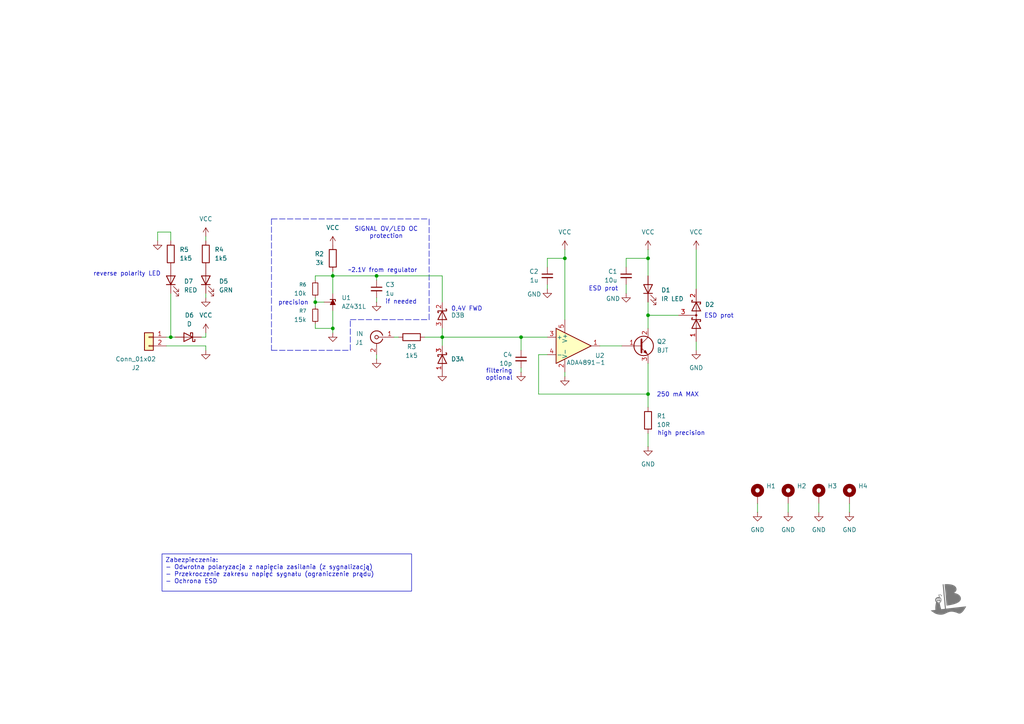
<source format=kicad_sch>
(kicad_sch (version 20250114) (generator "eeschema") (generator_version "9.0")
  (paper "A4")
  (title_block (title "Zabezpieczony sterownik diody IR") (date "2025-04-14") (rev "B") (company "KN FOKA") (comment 1 "pwm.urbanski@gmail.com") (comment 2 "Narysował: Paweł Urbański"))
  (lib_symbols
    (symbol "Amplifier_Operational:AD8603" (pin_names (offset 0.127))
      (property "Reference" "U" (at 0 5.08 0))
      (property "Value" "AD8603" (at 0 -5.08 0))
      (symbol "AD8603_0_1"
        (polyline (pts (xy -5.08 5.08) (xy 5.08 0) (xy -5.08 -5.08) (xy -5.08 5.08)) (stroke (width 0.254)) (fill (type background)))
        (pin power_in line (at -2.54 7.62 270) (length 3.81) (name "V+") (number "5"))
        (pin power_in line (at -2.54 -7.62 90) (length 3.81) (name "V-") (number "2"))
      )
      (symbol "AD8603_1_1"
        (pin input line (at -7.62 2.54 0) (length 2.54) (name "+") (number "3"))
        (pin input line (at -7.62 -2.54 0) (length 2.54) (name "-") (number "4"))
        (pin output line (at 7.62 0 180) (length 2.54) (name "~") (number "1"))
      )
    )
    (symbol "Connector:Conn_Coaxial" (pin_names (offset 1.016) (hide yes))
      (property "Reference" "J" (at 0.254 3.048 0))
      (property "Value" "Conn_Coaxial" (at 2.921 0 90))
      (symbol "Conn_Coaxial_0_1"
        (polyline (pts (xy -2.54 0) (xy -0.508 0)))
        (arc (start 1.778 0) (mid 0.222 -1.8079) (end -1.778 -0.508) (stroke (width 0.254)))
        (arc (start -1.778 0.508) (mid 0.2221 1.8084) (end 1.778 0) (stroke (width 0.254)))
        (circle (center 0 0) (radius 0.508) (stroke (width 0.2032)))
        (polyline (pts (xy 0 -2.54) (xy 0 -1.778)))
      )
      (symbol "Conn_Coaxial_1_1"
        (pin passive line (at -5.08 0 0) (length 2.54) (name "In") (number "1"))
        (pin passive line (at 0 -5.08 90) (length 2.54) (name "Ext") (number "2"))
      )
    )
    (symbol "Connector_Generic:Conn_01x02" (pin_names (offset 1.016) (hide yes))
      (property "Reference" "J" (at 0 2.54 0))
      (property "Value" "Conn_01x02" (at 0 -5.08 0))
      (symbol "Conn_01x02_1_1"
        (rectangle (start -1.27 1.27) (end 1.27 -3.81) (stroke (width 0.254)) (fill (type background)))
        (rectangle (start -1.27 0.127) (end 0 -0.127) (stroke (width 0.1524)))
        (rectangle (start -1.27 -2.413) (end 0 -2.667) (stroke (width 0.1524)))
        (pin passive line (at -5.08 0 0) (length 3.81) (name "Pin_1") (number "1"))
        (pin passive line (at -5.08 -2.54 0) (length 3.81) (name "Pin_2") (number "2"))
      )
    )
    (symbol "Device:C_Small" (pin_numbers (hide yes)) (pin_names (offset 0.254) (hide yes))
      (property "Reference" "C" (at 0.254 1.778 0))
      (property "Value" "C_Small" (at 0.254 -2.032 0))
      (symbol "C_Small_0_1"
        (polyline (pts (xy -1.524 0.508) (xy 1.524 0.508)) (stroke (width 0.3048)))
        (polyline (pts (xy -1.524 -0.508) (xy 1.524 -0.508)) (stroke (width 0.3302)))
      )
      (symbol "C_Small_1_1"
        (pin passive line (at 0 2.54 270) (length 2.032) (name "~") (number "1"))
        (pin passive line (at 0 -2.54 90) (length 2.032) (name "~") (number "2"))
      )
    )
    (symbol "Device:D_Schottky" (pin_numbers (hide yes)) (pin_names (offset 1.016) (hide yes))
      (property "Reference" "D" (at 0 2.54 0))
      (property "Value" "D_Schottky" (at 0 -2.54 0))
      (symbol "D_Schottky_0_1"
        (polyline (pts (xy -1.905 0.635) (xy -1.905 1.27) (xy -1.27 1.27) (xy -1.27 -1.27) (xy -0.635 -1.27) (xy -0.635 -0.635)) (stroke (width 0.254)))
        (polyline (pts (xy 1.27 1.27) (xy 1.27 -1.27) (xy -1.27 0) (xy 1.27 1.27)) (stroke (width 0.254)))
        (polyline (pts (xy 1.27 0) (xy -1.27 0)))
      )
      (symbol "D_Schottky_1_1"
        (pin passive line (at -3.81 0 0) (length 2.54) (name "K") (number "1"))
        (pin passive line (at 3.81 0 180) (length 2.54) (name "A") (number "2"))
      )
    )
    (symbol "Device:D_Schottky_Dual_Series_AKC" (pin_names (offset 0.762) (hide yes))
      (property "Reference" "D" (at 1.27 -2.54 0))
      (property "Value" "D_Schottky_Dual_Series_AKC" (at 0 2.54 0))
      (symbol "D_Schottky_Dual_Series_AKC_0_1"
        (polyline (pts (xy -3.81 1.27) (xy -1.27 0) (xy -3.81 -1.27) (xy -3.81 1.27) (xy -3.81 1.27) (xy -3.81 1.27)) (stroke (width 0.254)))
        (polyline (pts (xy -3.81 0) (xy 3.81 0)))
        (polyline (pts (xy -1.778 1.016) (xy -1.778 1.27) (xy -1.27 1.27) (xy -1.27 1.27) (xy -1.27 1.27)) (stroke (width 0.254)))
        (polyline (pts (xy -1.27 -1.27) (xy -1.27 1.27) (xy -1.27 1.27)) (stroke (width 0.254)))
        (polyline (pts (xy -1.27 -1.27) (xy -0.762 -1.27) (xy -0.762 -1.016) (xy -0.762 -1.016)) (stroke (width 0.254)))
        (polyline (pts (xy 0 0) (xy 0 -2.54)))
        (circle (center 0 0) (radius 0.254) (fill (type outline)))
        (polyline (pts (xy 1.27 1.27) (xy 3.81 0) (xy 1.27 -1.27) (xy 1.27 1.27) (xy 1.27 1.27) (xy 1.27 1.27)) (stroke (width 0.254)))
        (polyline (pts (xy 3.81 1.27) (xy 3.81 -1.27) (xy 3.81 -1.27)) (stroke (width 0.254)))
        (polyline (pts (xy 3.81 1.27) (xy 3.302 1.27) (xy 3.302 1.016) (xy 3.302 1.016)) (stroke (width 0.254)))
        (polyline (pts (xy 3.81 -1.27) (xy 4.318 -1.27) (xy 4.318 -1.016) (xy 4.318 -1.016)) (stroke (width 0.254)))
        (polyline (pts (xy 6.35 0) (xy 7.62 0)))
        (pin passive line (at -7.62 0 0) (length 3.81) (name "A") (number "1"))
        (pin passive line (at 0 -5.08 90) (length 2.54) (name "common") (number "3"))
        (pin passive line (at 7.62 0 180) (length 3.81) (name "K") (number "2"))
      )
    )
    (symbol "Device:D_Schottky_Dual_Series_AKC_Split" (pin_names (offset 0.762) (hide yes))
      (property "Reference" "D" (at 0 2.54 0))
      (property "Value" "D_Schottky_Dual_Series_AKC_Split" (at 0 -2.54 0))
      (symbol "D_Schottky_Dual_Series_AKC_Split_0_1"
        (pin passive line (at 3.81 0 180) (length 2.54) (name "K") (number "3"))
      )
      (symbol "D_Schottky_Dual_Series_AKC_Split_1_1"
        (polyline (pts (xy -1.27 1.27) (xy 1.27 0) (xy -1.27 -1.27) (xy -1.27 1.27) (xy -1.27 1.27) (xy -1.27 1.27)) (stroke (width 0.254)))
        (polyline (pts (xy 1.27 0) (xy -1.27 0)))
        (polyline (pts (xy 1.778 1.016) (xy 1.778 1.27) (xy 1.27 1.27) (xy 1.27 -1.27) (xy 0.762 -1.27) (xy 0.762 -1.016)) (stroke (width 0.254)))
        (pin passive line (at -3.81 0 0) (length 2.54) (name "A") (number "1"))
      )
      (symbol "D_Schottky_Dual_Series_AKC_Split_2_1"
        (polyline (pts (xy -1.778 1.016) (xy -1.778 1.27) (xy -1.27 1.27) (xy -1.27 -1.27) (xy -0.762 -1.27) (xy -0.762 -1.016)) (stroke (width 0.254)))
        (polyline (pts (xy -1.27 0) (xy 1.27 0)))
        (polyline (pts (xy 1.27 1.27) (xy -1.27 0) (xy 1.27 -1.27) (xy 1.27 1.27) (xy 1.27 1.27) (xy 1.27 1.27)) (stroke (width 0.254)))
        (pin passive line (at -3.81 0 0) (length 2.54) (name "K") (number "2"))
      )
    )
    (symbol "Device:LED" (pin_numbers (hide yes)) (pin_names (offset 1.016) (hide yes))
      (property "Reference" "D" (at 0 2.54 0))
      (property "Value" "LED" (at 0 -2.54 0))
      (symbol "LED_0_1"
        (polyline (pts (xy -3.048 -0.762) (xy -4.572 -2.286) (xy -3.81 -2.286) (xy -4.572 -2.286) (xy -4.572 -1.524)))
        (polyline (pts (xy -1.778 -0.762) (xy -3.302 -2.286) (xy -2.54 -2.286) (xy -3.302 -2.286) (xy -3.302 -1.524)))
        (polyline (pts (xy -1.27 0) (xy 1.27 0)))
        (polyline (pts (xy -1.27 -1.27) (xy -1.27 1.27)) (stroke (width 0.254)))
        (polyline (pts (xy 1.27 -1.27) (xy 1.27 1.27) (xy -1.27 0) (xy 1.27 -1.27)) (stroke (width 0.254)))
      )
      (symbol "LED_1_1"
        (pin passive line (at -3.81 0 0) (length 2.54) (name "K") (number "1"))
        (pin passive line (at 3.81 0 180) (length 2.54) (name "A") (number "2"))
      )
    )
    (symbol "Device:Q_NPN_BCE" (pin_names (offset 0) (hide yes))
      (property "Reference" "Q" (at 5.08 1.27 0))
      (property "Value" "Q_NPN_BCE" (at 5.08 -1.27 0))
      (symbol "Q_NPN_BCE_0_1"
        (polyline (pts (xy 0.635 1.905) (xy 0.635 -1.905) (xy 0.635 -1.905)) (stroke (width 0.508)))
        (polyline (pts (xy 0.635 0.635) (xy 2.54 2.54)))
        (polyline (pts (xy 0.635 -0.635) (xy 2.54 -2.54) (xy 2.54 -2.54)))
        (circle (center 1.27 0) (radius 2.8194) (stroke (width 0.254)))
        (polyline (pts (xy 1.27 -1.778) (xy 1.778 -1.27) (xy 2.286 -2.286) (xy 1.27 -1.778) (xy 1.27 -1.778)) (fill (type outline)))
      )
      (symbol "Q_NPN_BCE_1_1"
        (pin input line (at -5.08 0 0) (length 5.715) (name "B") (number "1"))
        (pin passive line (at 2.54 5.08 270) (length 2.54) (name "C") (number "2"))
        (pin passive line (at 2.54 -5.08 90) (length 2.54) (name "E") (number "3"))
      )
    )
    (symbol "Device:R" (pin_numbers (hide yes)) (pin_names (offset 0))
      (property "Reference" "R" (at 2.032 0 90))
      (property "Value" "R" (at 0 0 90))
      (symbol "R_0_1"
        (rectangle (start -1.016 -2.54) (end 1.016 2.54) (stroke (width 0.254)))
      )
      (symbol "R_1_1"
        (pin passive line (at 0 3.81 270) (length 1.27) (name "~") (number "1"))
        (pin passive line (at 0 -3.81 90) (length 1.27) (name "~") (number "2"))
      )
    )
    (symbol "Device:R_Small" (pin_numbers (hide yes)) (pin_names (offset 0.254) (hide yes))
      (property "Reference" "R" (at 0 0 90))
      (property "Value" "R_Small" (at 1.778 0 90))
      (symbol "R_Small_0_1"
        (rectangle (start -0.762 1.778) (end 0.762 -1.778) (stroke (width 0.2032)))
      )
      (symbol "R_Small_1_1"
        (pin passive line (at 0 2.54 270) (length 0.762) (name "~") (number "1"))
        (pin passive line (at 0 -2.54 90) (length 0.762) (name "~") (number "2"))
      )
    )
    (symbol "Mechanical:MountingHole_Pad" (pin_numbers (hide yes)) (pin_names (offset 1.016) (hide yes)) (exclude_from_sim yes) (in_bom no)
      (property "Reference" "H" (at 0 6.35 0))
      (property "Value" "MountingHole_Pad" (at 0 4.445 0))
      (symbol "MountingHole_Pad_0_1"
        (circle (center 0 1.27) (radius 1.27) (stroke (width 1.27)))
      )
      (symbol "MountingHole_Pad_1_1"
        (pin input line (at 0 -2.54 90) (length 2.54) (name "1") (number "1"))
      )
    )
    (symbol "Reference_Voltage:TL432DBZ" (pin_numbers (hide yes)) (pin_names (hide yes))
      (property "Reference" "U" (at -2.54 2.54 0))
      (property "Value" "TL432DBZ" (at 0 -2.54 0))
      (symbol "TL432DBZ_0_1"
        (polyline (pts (xy -1.27 0) (xy 0 0) (xy 1.27 0)))
        (polyline (pts (xy -0.762 -0.762) (xy -0.762 0.762) (xy 0.762 0) (xy -0.762 -0.762)) (fill (type outline)))
        (polyline (pts (xy 0.254 -0.762) (xy 0.762 -0.762) (xy 0.762 0.762) (xy 0.762 0.762)) (stroke (width 0.254)))
      )
      (symbol "TL432DBZ_1_1"
        (pin passive line (at -2.54 0 0) (length 1.27) (name "A") (number "3"))
        (pin passive line (at 0 2.54 270) (length 2.54) (name "REF") (number "1"))
        (pin passive line (at 2.54 0 180) (length 1.27) (name "K") (number "2"))
      )
    )
    (symbol "power:GND" (power) (pin_numbers (hide yes)) (pin_names (offset 0) (hide yes))
      (property "Value" "GND" (at 0 -3.81 0))
      (symbol "GND_0_1"
        (polyline (pts (xy 0 0) (xy 0 -1.27) (xy 1.27 -1.27) (xy 0 -2.54) (xy -1.27 -1.27) (xy 0 -1.27)))
      )
      (symbol "GND_1_1"
        (pin power_in line (at 0 0 270) (length 0) (name "~") (number "1"))
      )
    )
    (symbol "power:VCC" (power) (pin_numbers (hide yes)) (pin_names (offset 0) (hide yes))
      (property "Value" "VCC" (at 0 3.556 0))
      (symbol "VCC_0_1"
        (polyline (pts (xy -0.762 1.27) (xy 0 2.54)))
        (polyline (pts (xy 0 2.54) (xy 0.762 1.27)))
        (polyline (pts (xy 0 0) (xy 0 2.54)))
      )
      (symbol "VCC_1_1"
        (pin power_in line (at 0 0 90) (length 0) (name "~") (number "1"))
      )
    )
  )
  (text "high precision\n" (at 197.612 125.73 0) (effects (font (size 1.27 1.27))))
  (text "0,4V FWD" (at 135.382 89.662 0) (effects (font (size 1.27 1.27))))
  (text "filtering\noptional" (at 144.78 108.712 0) (effects (font (size 1.27 1.27))))
  (text "reverse polarity LED" (at 36.83 79.502 0) (effects (font (size 1.27 1.27))))
  (text "ESD prot" (at 175.006 83.82 0) (effects (font (size 1.27 1.27))))
  (text "SIGNAL OV/LED OC\nprotection" (at 112.014 67.564 0) (effects (font (size 1.27 1.27))))
  (text "~2.1V from regulator" (at 110.998 78.486 0) (effects (font (size 1.27 1.27))))
  (text "250 mA MAX" (at 196.596 114.554 0) (effects (font (size 1.27 1.27))))
  (text "ESD prot" (at 208.534 91.694 0) (effects (font (size 1.27 1.27))))
  (text "precision\n" (at 85.09 87.884 0) (effects (font (size 1.27 1.27))))
  (text "if needed" (at 116.332 87.63 0) (effects (font (size 1.27 1.27))))
  (text_box "Zabezpieczenia:\n- Odwrotna polaryzacja z napięcia zasilania (z sygnalizacją)\n- Przekroczenie zakresu napięć sygnału (ograniczenie prądu)\n- Ochrona ESD" (at 46.99 160.655 0) (size 72.39 10.795) (margins 0.9525 0.9525 0.9525 0.9525) (effects (font (size 1.27 1.27)) (justify left top)))
  (junction (at 187.96 74.93))
  (junction (at 187.96 91.44))
  (junction (at 49.53 97.79))
  (junction (at 109.22 80.01))
  (junction (at 128.27 97.79))
  (junction (at 96.52 80.01))
  (junction (at 187.96 114.3))
  (junction (at 96.52 95.25))
  (junction (at 151.13 97.79))
  (junction (at 163.83 74.93))
  (junction (at 91.44 87.63))
  (wire (pts (xy 201.93 72.39) (xy 201.93 83.82)))
  (wire (pts (xy 187.96 125.73) (xy 187.96 129.54)))
  (wire (pts (xy 187.96 87.63) (xy 187.96 91.44)))
  (polyline (pts (xy 78.74 63.5) (xy 124.46 63.5)) (stroke (width 0) (type dash)))
  (wire (pts (xy 128.27 100.33) (xy 128.27 97.79)))
  (wire (pts (xy 158.75 82.55) (xy 158.75 83.82)))
  (wire (pts (xy 91.44 87.63) (xy 93.98 87.63)))
  (wire (pts (xy 123.19 97.79) (xy 128.27 97.79)))
  (wire (pts (xy 187.96 91.44) (xy 187.96 95.25)))
  (wire (pts (xy 128.27 97.79) (xy 151.13 97.79)))
  (wire (pts (xy 109.22 104.14) (xy 109.22 102.87)))
  (wire (pts (xy 48.26 100.33) (xy 59.69 100.33)))
  (wire (pts (xy 109.22 86.36) (xy 109.22 87.63)))
  (wire (pts (xy 59.69 85.09) (xy 59.69 86.36)))
  (wire (pts (xy 48.26 97.79) (xy 49.53 97.79)))
  (wire (pts (xy 181.61 82.55) (xy 181.61 85.09)))
  (wire (pts (xy 158.75 77.47) (xy 158.75 74.93)))
  (wire (pts (xy 128.27 87.63) (xy 128.27 80.01)))
  (wire (pts (xy 91.44 80.01) (xy 91.44 81.28)))
  (wire (pts (xy 228.6 146.05) (xy 228.6 148.59)))
  (polyline (pts (xy 101.6 101.6) (xy 101.6 92.71)) (stroke (width 0) (type dash)))
  (wire (pts (xy 96.52 90.17) (xy 96.52 95.25)))
  (wire (pts (xy 151.13 97.79) (xy 158.75 97.79)))
  (wire (pts (xy 59.69 97.79) (xy 59.69 96.52)))
  (wire (pts (xy 187.96 72.39) (xy 187.96 74.93)))
  (polyline (pts (xy 78.74 101.6) (xy 101.6 101.6)) (stroke (width 0) (type dash)))
  (wire (pts (xy 158.75 74.93) (xy 163.83 74.93)))
  (wire (pts (xy 45.72 67.31) (xy 49.53 67.31)))
  (wire (pts (xy 96.52 80.01) (xy 109.22 80.01)))
  (wire (pts (xy 156.21 102.87) (xy 156.21 114.3)))
  (wire (pts (xy 181.61 74.93) (xy 187.96 74.93)))
  (wire (pts (xy 181.61 77.47) (xy 181.61 74.93)))
  (wire (pts (xy 49.53 67.31) (xy 49.53 69.85)))
  (wire (pts (xy 173.99 100.33) (xy 180.34 100.33)))
  (wire (pts (xy 163.83 72.39) (xy 163.83 74.93)))
  (wire (pts (xy 49.53 97.79) (xy 50.8 97.79)))
  (wire (pts (xy 156.21 114.3) (xy 187.96 114.3)))
  (wire (pts (xy 59.69 68.58) (xy 59.69 69.85)))
  (wire (pts (xy 163.83 74.93) (xy 163.83 92.71)))
  (wire (pts (xy 201.93 99.06) (xy 201.93 101.6)))
  (wire (pts (xy 237.49 146.05) (xy 237.49 148.59)))
  (wire (pts (xy 91.44 87.63) (xy 91.44 88.9)))
  (wire (pts (xy 114.3 97.79) (xy 115.57 97.79)))
  (wire (pts (xy 246.38 146.05) (xy 246.38 148.59)))
  (wire (pts (xy 187.96 91.44) (xy 196.85 91.44)))
  (wire (pts (xy 187.96 105.41) (xy 187.96 114.3)))
  (wire (pts (xy 163.83 107.95) (xy 163.83 109.22)))
  (polyline (pts (xy 78.74 63.5) (xy 78.74 101.6)) (stroke (width 0) (type dash)))
  (wire (pts (xy 45.72 69.85) (xy 45.72 67.31)))
  (wire (pts (xy 58.42 97.79) (xy 59.69 97.79)))
  (wire (pts (xy 151.13 106.68) (xy 151.13 107.95)))
  (wire (pts (xy 59.69 100.33) (xy 59.69 101.6)))
  (wire (pts (xy 219.71 146.05) (xy 219.71 148.59)))
  (wire (pts (xy 158.75 102.87) (xy 156.21 102.87)))
  (wire (pts (xy 128.27 95.25) (xy 128.27 97.79)))
  (wire (pts (xy 187.96 74.93) (xy 187.96 80.01)))
  (wire (pts (xy 96.52 78.74) (xy 96.52 80.01)))
  (wire (pts (xy 91.44 93.98) (xy 91.44 95.25)))
  (wire (pts (xy 151.13 97.79) (xy 151.13 101.6)))
  (wire (pts (xy 91.44 80.01) (xy 96.52 80.01)))
  (polyline (pts (xy 124.46 92.71) (xy 124.46 63.5)) (stroke (width 0) (type dash)))
  (wire (pts (xy 109.22 80.01) (xy 109.22 81.28)))
  (wire (pts (xy 91.44 86.36) (xy 91.44 87.63)))
  (polyline (pts (xy 101.6 92.71) (xy 124.46 92.71)) (stroke (width 0) (type dash)))
  (wire (pts (xy 96.52 80.01) (xy 96.52 85.09)))
  (wire (pts (xy 187.96 114.3) (xy 187.96 118.11)))
  (wire (pts (xy 49.53 85.09) (xy 49.53 97.79)))
  (wire (pts (xy 109.22 80.01) (xy 128.27 80.01)))
  (wire (pts (xy 96.52 95.25) (xy 96.52 96.52)))
  (wire (pts (xy 91.44 95.25) (xy 96.52 95.25)))
  (image (at 274.955 173.99) (scale 0.102185))
  (symbol (lib_id "Device:R") (at 59.69 73.66 0) (unit 1)
    (property "Reference" "R4" (at 62.23 72.3899 0) (effects (justify left)))
    (property "Value" "1k5" (at 62.23 74.9299 0) (effects (justify left)))
    (property "Footprint" "Resistor_SMD:R_0603_1608Metric_Pad0.98x0.95mm_HandSolder" (effects (hide yes)))
    (property "Description" "Resistor" (effects (hide yes)))
  )
  (symbol (lib_id "Device:LED") (at 59.69 81.28 90) (unit 1)
    (property "Reference" "D5" (at 63.5 81.5974 90) (effects (justify right)))
    (property "Value" "GRN" (at 63.5 84.1374 90) (effects (justify right)))
    (property "Footprint" "LED_SMD:LED_0805_2012Metric_Pad1.15x1.40mm_HandSolder" (effects (hide yes)))
    (property "Description" "Light emitting diode" (effects (hide yes)))
  )
  (symbol (lib_id "power:GND") (at 228.6 148.59 0) (unit 1)
    (property "Reference" "#PWR013" (effects (hide yes)))
    (property "Value" "GND" (at 228.6 153.67 0))
    (property "Description" "Power symbol creates a global label with name \"GND\" , ground" (effects (hide yes)))
  )
  (symbol (lib_id "Mechanical:MountingHole_Pad") (at 237.49 143.51 0) (unit 1) (exclude_from_sim yes) (in_bom no)
    (property "Reference" "H3" (at 240.03 140.9699 0) (effects (justify left)))
    (property "Value" "MountingHole_Pad" (effects (hide yes)))
    (property "Footprint" "MountingHole:MountingHole_3.2mm_M3_Pad_Via" (effects (hide yes)))
    (property "Description" "Mounting Hole with connection" (effects (hide yes)))
  )
  (symbol (lib_id "Device:C_Small") (at 181.61 80.01 0) (unit 1)
    (property "Reference" "C1" (at 179.07 78.7462 0) (effects (justify right)))
    (property "Value" "10u" (at 179.07 81.2862 0) (effects (justify right)))
    (property "Footprint" "Capacitor_SMD:C_0805_2012Metric_Pad1.18x1.45mm_HandSolder" (effects (hide yes)))
    (property "Description" "Unpolarized capacitor, small symbol" (effects (hide yes)))
  )
  (symbol (lib_id "power:VCC") (at 163.83 72.39 0) (unit 1)
    (property "Reference" "#PWR03" (effects (hide yes)))
    (property "Value" "VCC" (at 163.83 67.31 0))
    (property "Description" "Power symbol creates a global label with name \"VCC\"" (effects (hide yes)))
  )
  (symbol (lib_id "power:GND") (at 163.83 109.22 0) (unit 1)
    (property "Reference" "#PWR01" (effects (hide yes)))
    (property "Value" "GND" (effects (hide yes)))
    (property "Description" "Power symbol creates a global label with name \"GND\" , ground" (effects (hide yes)))
  )
  (symbol (lib_id "Device:D_Schottky_Dual_Series_AKC_Split") (at 128.27 91.44 270) (unit 2)
    (property "Reference" "D3" (at 130.81 91.44 90) (effects (justify left)))
    (property "Value" "D_Schottky_Dual_Series_AKC_Split" (effects (hide yes)))
    (property "Footprint" "Package_TO_SOT_SMD:SOT-23-3" (effects (hide yes)))
    (property "Description" "Dual Schottky diode, anode/cathode/center" (effects (hide yes)))
  )
  (symbol (lib_id "power:GND") (at 109.22 87.63 0) (unit 1)
    (property "Reference" "#PWR022" (effects (hide yes)))
    (property "Value" "GND" (effects (hide yes)))
    (property "Description" "Power symbol creates a global label with name \"GND\" , ground" (effects (hide yes)))
  )
  (symbol (lib_id "Device:LED") (at 187.96 83.82 90) (unit 1)
    (property "Reference" "D1" (at 191.77 84.1374 90) (effects (justify right)))
    (property "Value" "IR LED" (at 191.77 86.6774 90) (effects (justify right)))
    (property "Footprint" "Package_TO_SOT_THT:TO-18-2_Window" (effects (hide yes)))
    (property "Description" "Light emitting diode" (effects (hide yes)))
  )
  (symbol (lib_id "power:GND") (at 181.61 85.09 0) (mirror y) (unit 1)
    (property "Reference" "#PWR010" (effects (hide yes)))
    (property "Value" "GND" (at 177.8 86.614 0))
    (property "Description" "Power symbol creates a global label with name \"GND\" , ground" (effects (hide yes)))
  )
  (symbol (lib_id "Device:R") (at 96.52 74.93 0) (mirror y) (unit 1)
    (property "Reference" "R2" (at 93.98 73.6599 0) (effects (justify left)))
    (property "Value" "3k" (at 93.98 76.1999 0) (effects (justify left)))
    (property "Footprint" "Resistor_SMD:R_0603_1608Metric_Pad0.98x0.95mm_HandSolder" (effects (hide yes)))
    (property "Description" "Resistor" (effects (hide yes)))
  )
  (symbol (lib_id "Reference_Voltage:TL432DBZ") (at 96.52 87.63 90) (unit 1)
    (property "Reference" "U1" (at 99.06 86.3599 90) (effects (justify right)))
    (property "Value" "AZ431L" (at 99.06 88.8999 90) (effects (justify right)))
    (property "Footprint" "Package_TO_SOT_SMD:SOT-23-3" (effects (hide yes)))
    (property "Datasheet" "http://www.ti.com/lit/ds/symlink/tl431.pdf" (effects (hide yes)))
    (property "Description" "Shunt Regulator, SOT-23" (effects (hide yes)))
  )
  (symbol (lib_id "power:GND") (at 158.75 83.82 0) (mirror y) (unit 1)
    (property "Reference" "#PWR09" (effects (hide yes)))
    (property "Value" "GND" (at 154.94 85.344 0))
    (property "Description" "Power symbol creates a global label with name \"GND\" , ground" (effects (hide yes)))
  )
  (symbol (lib_id "Device:R_Small") (at 91.44 91.44 0) (unit 1)
    (property "Reference" "R7" (at 88.9 90.1699 0) (effects (font (size 1.016 1.016)) (justify right)))
    (property "Value" "15k" (at 88.9 92.7099 0) (effects (justify right)))
    (property "Footprint" "Resistor_SMD:R_0603_1608Metric_Pad0.98x0.95mm_HandSolder" (effects (hide yes)))
    (property "Description" "Resistor, small symbol" (effects (hide yes)))
  )
  (symbol (lib_id "power:GND") (at 237.49 148.59 0) (unit 1)
    (property "Reference" "#PWR014" (effects (hide yes)))
    (property "Value" "GND" (at 237.49 153.67 0))
    (property "Description" "Power symbol creates a global label with name \"GND\" , ground" (effects (hide yes)))
  )
  (symbol (lib_id "Device:D_Schottky_Dual_Series_AKC") (at 201.93 91.44 270) (mirror x) (unit 1)
    (property "Reference" "D2" (at 204.47 88.3284 90) (effects (justify left)))
    (property "Value" "D_Schottky_Dual_Series_AKC" (effects (hide yes)))
    (property "Footprint" "Package_TO_SOT_SMD:SOT-23-3" (effects (hide yes)))
    (property "Description" "Dual Schottky diode, anode/cathode/center" (effects (hide yes)))
  )
  (symbol (lib_id "Device:Q_NPN_BCE") (at 185.42 100.33 0) (unit 1)
    (property "Reference" "Q2" (at 190.5 99.0599 0) (effects (justify left)))
    (property "Value" "BJT" (at 190.5 101.5999 0) (effects (justify left)))
    (property "Footprint" "Package_TO_SOT_SMD:SOT-89-3" (effects (hide yes)))
    (property "Description" "NPN transistor, base/collector/emitter" (effects (hide yes)))
  )
  (symbol (lib_id "power:VCC") (at 201.93 72.39 0) (unit 1)
    (property "Reference" "#PWR07" (effects (hide yes)))
    (property "Value" "VCC" (at 201.93 67.31 0))
    (property "Description" "Power symbol creates a global label with name \"VCC\"" (effects (hide yes)))
  )
  (symbol (lib_id "power:GND") (at 128.27 107.95 0) (unit 1)
    (property "Reference" "#PWR05" (effects (hide yes)))
    (property "Value" "GND" (effects (hide yes)))
    (property "Description" "Power symbol creates a global label with name \"GND\" , ground" (effects (hide yes)))
  )
  (symbol (lib_id "power:GND") (at 45.72 69.85 0) (unit 1)
    (property "Reference" "#PWR021" (effects (hide yes)))
    (property "Value" "GND" (effects (hide yes)))
    (property "Description" "Power symbol creates a global label with name \"GND\" , ground" (effects (hide yes)))
  )
  (symbol (lib_id "Device:R_Small") (at 91.44 83.82 0) (unit 1)
    (property "Reference" "R6" (at 88.9 82.5499 0) (effects (font (size 1.016 1.016)) (justify right)))
    (property "Value" "10k" (at 88.9 85.0899 0) (effects (justify right)))
    (property "Footprint" "Resistor_SMD:R_0603_1608Metric_Pad0.98x0.95mm_HandSolder" (effects (hide yes)))
    (property "Description" "Resistor, small symbol" (effects (hide yes)))
  )
  (symbol (lib_id "Device:C_Small") (at 151.13 104.14 0) (unit 1)
    (property "Reference" "C4" (at 148.59 102.8762 0) (effects (justify right)))
    (property "Value" "10p" (at 148.59 105.4162 0) (effects (justify right)))
    (property "Footprint" "Capacitor_SMD:C_0603_1608Metric_Pad1.08x0.95mm_HandSolder" (effects (hide yes)))
    (property "Description" "Unpolarized capacitor, small symbol" (effects (hide yes)))
  )
  (symbol (lib_id "Connector:Conn_Coaxial") (at 109.22 97.79 0) (mirror y) (unit 1)
    (property "Reference" "J1" (at 105.41 99.3533 0) (effects (justify left)))
    (property "Value" "IN" (at 105.41 96.8133 0) (effects (justify left)))
    (property "Footprint" "Connector_Coaxial:SMA_Amphenol_132289_EdgeMount" (effects (hide yes)))
    (property "Description" "coaxial connector (BNC, SMA, SMB, SMC, Cinch/RCA, LEMO, ...)" (effects (hide yes)))
  )
  (symbol (lib_id "Mechanical:MountingHole_Pad") (at 246.38 143.51 0) (unit 1) (exclude_from_sim yes) (in_bom no)
    (property "Reference" "H4" (at 248.92 140.9699 0) (effects (justify left)))
    (property "Value" "MountingHole_Pad" (effects (hide yes)))
    (property "Footprint" "MountingHole:MountingHole_3.2mm_M3_Pad_Via" (effects (hide yes)))
    (property "Description" "Mounting Hole with connection" (effects (hide yes)))
  )
  (symbol (lib_id "Device:C_Small") (at 158.75 80.01 0) (unit 1)
    (property "Reference" "C2" (at 156.21 78.7462 0) (effects (justify right)))
    (property "Value" "1u" (at 156.21 81.2862 0) (effects (justify right)))
    (property "Footprint" "Capacitor_SMD:C_0603_1608Metric_Pad1.08x0.95mm_HandSolder" (effects (hide yes)))
    (property "Description" "Unpolarized capacitor, small symbol" (effects (hide yes)))
  )
  (symbol (lib_id "Device:R") (at 49.53 73.66 0) (unit 1)
    (property "Reference" "R5" (at 52.07 72.3899 0) (effects (justify left)))
    (property "Value" "1k5" (at 52.07 74.9299 0) (effects (justify left)))
    (property "Footprint" "Resistor_SMD:R_0603_1608Metric_Pad0.98x0.95mm_HandSolder" (effects (hide yes)))
    (property "Description" "Resistor" (effects (hide yes)))
  )
  (symbol (lib_id "Device:R") (at 187.96 121.92 0) (unit 1)
    (property "Reference" "R1" (at 190.5 120.6499 0) (effects (justify left)))
    (property "Value" "10R" (at 190.5 123.1899 0) (effects (justify left)))
    (property "Footprint" "Resistor_SMD:R_1206_3216Metric_Pad1.30x1.75mm_HandSolder" (effects (hide yes)))
    (property "Description" "Resistor" (effects (hide yes)))
  )
  (symbol (lib_id "power:GND") (at 96.52 96.52 0) (unit 1)
    (property "Reference" "#PWR08" (effects (hide yes)))
    (property "Value" "GND" (effects (hide yes)))
    (property "Description" "Power symbol creates a global label with name \"GND\" , ground" (effects (hide yes)))
  )
  (symbol (lib_id "power:GND") (at 151.13 107.95 0) (unit 1)
    (property "Reference" "#PWR023" (effects (hide yes)))
    (property "Value" "GND" (effects (hide yes)))
    (property "Description" "Power symbol creates a global label with name \"GND\" , ground" (effects (hide yes)))
  )
  (symbol (lib_id "Mechanical:MountingHole_Pad") (at 219.71 143.51 0) (unit 1) (exclude_from_sim yes) (in_bom no)
    (property "Reference" "H1" (at 222.25 140.9699 0) (effects (justify left)))
    (property "Value" "MountingHole_Pad" (effects (hide yes)))
    (property "Footprint" "MountingHole:MountingHole_3.2mm_M3_Pad_Via" (effects (hide yes)))
    (property "Description" "Mounting Hole with connection" (effects (hide yes)))
  )
  (symbol (lib_id "Device:R") (at 119.38 97.79 90) (unit 1)
    (property "Reference" "R3" (at 119.38 100.584 90))
    (property "Value" "1k5" (at 119.38 103.124 90))
    (property "Footprint" "Resistor_SMD:R_0603_1608Metric_Pad0.98x0.95mm_HandSolder" (effects (hide yes)))
    (property "Description" "Resistor" (effects (hide yes)))
  )
  (symbol (lib_id "power:GND") (at 187.96 129.54 0) (unit 1)
    (property "Reference" "#PWR02" (effects (hide yes)))
    (property "Value" "GND" (at 187.96 134.62 0))
    (property "Description" "Power symbol creates a global label with name \"GND\" , ground" (effects (hide yes)))
  )
  (symbol (lib_id "power:GND") (at 201.93 101.6 0) (mirror y) (unit 1)
    (property "Reference" "#PWR06" (effects (hide yes)))
    (property "Value" "GND" (at 201.93 106.68 0))
    (property "Description" "Power symbol creates a global label with name \"GND\" , ground" (effects (hide yes)))
  )
  (symbol (lib_id "power:GND") (at 109.22 104.14 0) (unit 1)
    (property "Reference" "#PWR016" (effects (hide yes)))
    (property "Value" "GND" (effects (hide yes)))
    (property "Description" "Power symbol creates a global label with name \"GND\" , ground" (effects (hide yes)))
  )
  (symbol (lib_id "power:VCC") (at 59.69 68.58 0) (unit 1)
    (property "Reference" "#PWR019" (effects (hide yes)))
    (property "Value" "VCC" (at 59.69 63.5 0))
    (property "Description" "Power symbol creates a global label with name \"VCC\"" (effects (hide yes)))
  )
  (symbol (lib_id "power:GND") (at 59.69 101.6 0) (unit 1)
    (property "Reference" "#PWR017" (effects (hide yes)))
    (property "Value" "GND" (effects (hide yes)))
    (property "Description" "Power symbol creates a global label with name \"GND\" , ground" (effects (hide yes)))
  )
  (symbol (lib_id "Amplifier_Operational:AD8603") (at 166.37 100.33 0) (unit 1)
    (property "Reference" "U2" (at 173.99 103.124 0))
    (property "Value" "ADA4891-1" (at 169.926 105.156 0))
    (property "Footprint" "Package_TO_SOT_SMD:SOT-23-5_HandSoldering" (effects (hide yes)))
    (property "Datasheet" "https://www.analog.com/media/en/technical-documentation/data-sheets/AD8603_8607_8609.pdf" (effects (hide yes)))
    (property "Description" "Precision Micropower, Low Noise CMOS, Rail-to-Rail Input/Output Operational Amplifier, TSOT-23-5" (effects (hide yes)))
  )
  (symbol (lib_id "power:VCC") (at 187.96 72.39 0) (unit 1)
    (property "Reference" "#PWR04" (effects (hide yes)))
    (property "Value" "VCC" (at 187.96 67.31 0))
    (property "Description" "Power symbol creates a global label with name \"VCC\"" (effects (hide yes)))
  )
  (symbol (lib_id "Connector_Generic:Conn_01x02") (at 43.18 97.79 0) (mirror y) (unit 1)
    (property "Reference" "J2" (at 39.37 106.68 0))
    (property "Value" "Conn_01x02" (at 39.37 104.14 0))
    (property "Footprint" "Power_Connectors:691313510002" (effects (hide yes)))
    (property "Description" "Generic connector, single row, 01x02, script generated (kicad-library-utils/schlib/autogen/connector/)" (effects (hide yes)))
  )
  (symbol (lib_id "power:VCC") (at 59.69 96.52 0) (unit 1)
    (property "Reference" "#PWR018" (effects (hide yes)))
    (property "Value" "VCC" (at 59.69 91.44 0))
    (property "Description" "Power symbol creates a global label with name \"VCC\"" (effects (hide yes)))
  )
  (symbol (lib_id "Device:LED") (at 49.53 81.28 90) (unit 1)
    (property "Reference" "D7" (at 53.34 81.5974 90) (effects (justify right)))
    (property "Value" "RED" (at 53.34 84.1374 90) (effects (justify right)))
    (property "Footprint" "LED_SMD:LED_0805_2012Metric_Pad1.15x1.40mm_HandSolder" (effects (hide yes)))
    (property "Description" "Light emitting diode" (effects (hide yes)))
  )
  (symbol (lib_id "power:GND") (at 246.38 148.59 0) (unit 1)
    (property "Reference" "#PWR015" (effects (hide yes)))
    (property "Value" "GND" (at 246.38 153.67 0))
    (property "Description" "Power symbol creates a global label with name \"GND\" , ground" (effects (hide yes)))
  )
  (symbol (lib_id "power:VCC") (at 96.52 71.12 0) (unit 1)
    (property "Reference" "#PWR011" (effects (hide yes)))
    (property "Value" "VCC" (at 96.52 66.04 0))
    (property "Description" "Power symbol creates a global label with name \"VCC\"" (effects (hide yes)))
  )
  (symbol (lib_id "Mechanical:MountingHole_Pad") (at 228.6 143.51 0) (unit 1) (exclude_from_sim yes) (in_bom no)
    (property "Reference" "H2" (at 231.14 140.9699 0) (effects (justify left)))
    (property "Value" "MountingHole_Pad" (effects (hide yes)))
    (property "Footprint" "MountingHole:MountingHole_3.2mm_M3_Pad_Via" (effects (hide yes)))
    (property "Description" "Mounting Hole with connection" (effects (hide yes)))
  )
  (symbol (lib_id "Device:D_Schottky") (at 54.61 97.79 180) (unit 1)
    (property "Reference" "D6" (at 54.9275 91.44 0))
    (property "Value" "D" (at 54.9275 93.98 0))
    (property "Footprint" "Diode_SMD:D_SOD-123F" (effects (hide yes)))
    (property "Description" "Schottky diode" (effects (hide yes)))
    (property "Sim.Device" "D" (effects (hide yes)))
    (property "Sim.Pins" "1=K 2=A" (effects (hide yes)))
  )
  (symbol (lib_id "Device:D_Schottky_Dual_Series_AKC_Split") (at 128.27 104.14 270) (mirror x) (unit 1)
    (property "Reference" "D3" (at 130.81 104.14 90) (effects (justify left)))
    (property "Value" "D_Schottky_Dual_Series_AKC_Split" (effects (hide yes)))
    (property "Footprint" "Package_TO_SOT_SMD:SOT-23-3" (effects (hide yes)))
    (property "Description" "Dual Schottky diode, anode/cathode/center" (effects (hide yes)))
  )
  (symbol (lib_id "power:GND") (at 219.71 148.59 0) (unit 1)
    (property "Reference" "#PWR012" (effects (hide yes)))
    (property "Value" "GND" (at 219.71 153.67 0))
    (property "Description" "Power symbol creates a global label with name \"GND\" , ground" (effects (hide yes)))
  )
  (symbol (lib_id "power:GND") (at 59.69 86.36 0) (unit 1)
    (property "Reference" "#PWR020" (effects (hide yes)))
    (property "Value" "GND" (effects (hide yes)))
    (property "Description" "Power symbol creates a global label with name \"GND\" , ground" (effects (hide yes)))
  )
  (symbol (lib_id "Device:C_Small") (at 109.22 83.82 0) (mirror y) (unit 1)
    (property "Reference" "C3" (at 111.76 82.5562 0) (effects (justify right)))
    (property "Value" "1u" (at 111.76 85.0962 0) (effects (justify right)))
    (property "Footprint" "Capacitor_SMD:C_0603_1608Metric_Pad1.08x0.95mm_HandSolder" (effects (hide yes)))
    (property "Description" "Unpolarized capacitor, small symbol" (effects (hide yes)))
  )
)
</source>
